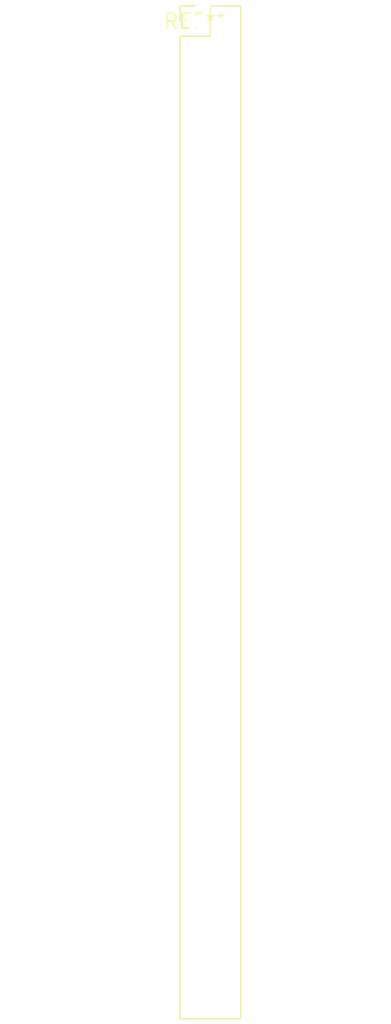
<source format=kicad_pcb>
(kicad_pcb (version 20240108) (generator pcbnew)
  (layers (0 "F.Cu" signal) (31 "B.Cu" signal) (34 "B.Paste" user) (35 "F.Paste" user) (36 "B.SilkS" user "B.Silkscreen") (37 "F.SilkS" user "F.Silkscreen") (38 "B.Mask" user) (39 "F.Mask" user) (44 "Edge.Cuts" user))
  (net 0 "")
  (footprint "PinHeader_2x34_P2.54mm_Vertical" (layer "F.Cu") (at 0 0)
    (property "Reference" "REF**")
    (property "Value" "PinHeader_2x34_P2.54mm_Vertical")
    (fp_line (start -1.33 -1.33) (end 0 -1.33) (layer "F.SilkS") (stroke (width 0.12)))
    (fp_line (start -1.33 0) (end -1.33 -1.33) (layer "F.SilkS") (stroke (width 0.12)))
    (fp_line (start -1.33 1.27) (end -1.33 85.15) (layer "F.SilkS") (stroke (width 0.12)))
    (fp_line (start -1.33 1.27) (end 1.27 1.27) (layer "F.SilkS") (stroke (width 0.12)))
    (fp_line (start -1.33 85.15) (end 3.87 85.15) (layer "F.SilkS") (stroke (width 0.12)))
    (fp_line (start 1.27 -1.33) (end 3.87 -1.33) (layer "F.SilkS") (stroke (width 0.12)))
    (fp_line (start 1.27 1.27) (end 1.27 -1.33) (layer "F.SilkS") (stroke (width 0.12)))
    (fp_line (start 3.87 -1.33) (end 3.87 85.15) (layer "F.SilkS") (stroke (width 0.12)))
    (pad "1" thru_hole rect (at 0 0) (size 1.7 1.7) (drill 1) (layers *.Cu *.Mask) (remove_unused_layers))
    (pad "2" thru_hole oval (at 2.54 0) (size 1.7 1.7) (drill 1) (layers *.Cu *.Mask) (remove_unused_layers))
    (pad "3" thru_hole oval (at 0 2.54) (size 1.7 1.7) (drill 1) (layers *.Cu *.Mask) (remove_unused_layers))
    (pad "4" thru_hole oval (at 2.54 2.54) (size 1.7 1.7) (drill 1) (layers *.Cu *.Mask) (remove_unused_layers))
    (pad "5" thru_hole oval (at 0 5.08) (size 1.7 1.7) (drill 1) (layers *.Cu *.Mask) (remove_unused_layers))
    (pad "6" thru_hole oval (at 2.54 5.08) (size 1.7 1.7) (drill 1) (layers *.Cu *.Mask) (remove_unused_layers))
    (pad "7" thru_hole oval (at 0 7.62) (size 1.7 1.7) (drill 1) (layers *.Cu *.Mask) (remove_unused_layers))
    (pad "8" thru_hole oval (at 2.54 7.62) (size 1.7 1.7) (drill 1) (layers *.Cu *.Mask) (remove_unused_layers))
    (pad "9" thru_hole oval (at 0 10.16) (size 1.7 1.7) (drill 1) (layers *.Cu *.Mask) (remove_unused_layers))
    (pad "10" thru_hole oval (at 2.54 10.16) (size 1.7 1.7) (drill 1) (layers *.Cu *.Mask) (remove_unused_layers))
    (pad "11" thru_hole oval (at 0 12.7) (size 1.7 1.7) (drill 1) (layers *.Cu *.Mask) (remove_unused_layers))
    (pad "12" thru_hole oval (at 2.54 12.7) (size 1.7 1.7) (drill 1) (layers *.Cu *.Mask) (remove_unused_layers))
    (pad "13" thru_hole oval (at 0 15.24) (size 1.7 1.7) (drill 1) (layers *.Cu *.Mask) (remove_unused_layers))
    (pad "14" thru_hole oval (at 2.54 15.24) (size 1.7 1.7) (drill 1) (layers *.Cu *.Mask) (remove_unused_layers))
    (pad "15" thru_hole oval (at 0 17.78) (size 1.7 1.7) (drill 1) (layers *.Cu *.Mask) (remove_unused_layers))
    (pad "16" thru_hole oval (at 2.54 17.78) (size 1.7 1.7) (drill 1) (layers *.Cu *.Mask) (remove_unused_layers))
    (pad "17" thru_hole oval (at 0 20.32) (size 1.7 1.7) (drill 1) (layers *.Cu *.Mask) (remove_unused_layers))
    (pad "18" thru_hole oval (at 2.54 20.32) (size 1.7 1.7) (drill 1) (layers *.Cu *.Mask) (remove_unused_layers))
    (pad "19" thru_hole oval (at 0 22.86) (size 1.7 1.7) (drill 1) (layers *.Cu *.Mask) (remove_unused_layers))
    (pad "20" thru_hole oval (at 2.54 22.86) (size 1.7 1.7) (drill 1) (layers *.Cu *.Mask) (remove_unused_layers))
    (pad "21" thru_hole oval (at 0 25.4) (size 1.7 1.7) (drill 1) (layers *.Cu *.Mask) (remove_unused_layers))
    (pad "22" thru_hole oval (at 2.54 25.4) (size 1.7 1.7) (drill 1) (layers *.Cu *.Mask) (remove_unused_layers))
    (pad "23" thru_hole oval (at 0 27.94) (size 1.7 1.7) (drill 1) (layers *.Cu *.Mask) (remove_unused_layers))
    (pad "24" thru_hole oval (at 2.54 27.94) (size 1.7 1.7) (drill 1) (layers *.Cu *.Mask) (remove_unused_layers))
    (pad "25" thru_hole oval (at 0 30.48) (size 1.7 1.7) (drill 1) (layers *.Cu *.Mask) (remove_unused_layers))
    (pad "26" thru_hole oval (at 2.54 30.48) (size 1.7 1.7) (drill 1) (layers *.Cu *.Mask) (remove_unused_layers))
    (pad "27" thru_hole oval (at 0 33.02) (size 1.7 1.7) (drill 1) (layers *.Cu *.Mask) (remove_unused_layers))
    (pad "28" thru_hole oval (at 2.54 33.02) (size 1.7 1.7) (drill 1) (layers *.Cu *.Mask) (remove_unused_layers))
    (pad "29" thru_hole oval (at 0 35.56) (size 1.7 1.7) (drill 1) (layers *.Cu *.Mask) (remove_unused_layers))
    (pad "30" thru_hole oval (at 2.54 35.56) (size 1.7 1.7) (drill 1) (layers *.Cu *.Mask) (remove_unused_layers))
    (pad "31" thru_hole oval (at 0 38.1) (size 1.7 1.7) (drill 1) (layers *.Cu *.Mask) (remove_unused_layers))
    (pad "32" thru_hole oval (at 2.54 38.1) (size 1.7 1.7) (drill 1) (layers *.Cu *.Mask) (remove_unused_layers))
    (pad "33" thru_hole oval (at 0 40.64) (size 1.7 1.7) (drill 1) (layers *.Cu *.Mask) (remove_unused_layers))
    (pad "34" thru_hole oval (at 2.54 40.64) (size 1.7 1.7) (drill 1) (layers *.Cu *.Mask) (remove_unused_layers))
    (pad "35" thru_hole oval (at 0 43.18) (size 1.7 1.7) (drill 1) (layers *.Cu *.Mask) (remove_unused_layers))
    (pad "36" thru_hole oval (at 2.54 43.18) (size 1.7 1.7) (drill 1) (layers *.Cu *.Mask) (remove_unused_layers))
    (pad "37" thru_hole oval (at 0 45.72) (size 1.7 1.7) (drill 1) (layers *.Cu *.Mask) (remove_unused_layers))
    (pad "38" thru_hole oval (at 2.54 45.72) (size 1.7 1.7) (drill 1) (layers *.Cu *.Mask) (remove_unused_layers))
    (pad "39" thru_hole oval (at 0 48.26) (size 1.7 1.7) (drill 1) (layers *.Cu *.Mask) (remove_unused_layers))
    (pad "40" thru_hole oval (at 2.54 48.26) (size 1.7 1.7) (drill 1) (layers *.Cu *.Mask) (remove_unused_layers))
    (pad "41" thru_hole oval (at 0 50.8) (size 1.7 1.7) (drill 1) (layers *.Cu *.Mask) (remove_unused_layers))
    (pad "42" thru_hole oval (at 2.54 50.8) (size 1.7 1.7) (drill 1) (layers *.Cu *.Mask) (remove_unused_layers))
    (pad "43" thru_hole oval (at 0 53.34) (size 1.7 1.7) (drill 1) (layers *.Cu *.Mask) (remove_unused_layers))
    (pad "44" thru_hole oval (at 2.54 53.34) (size 1.7 1.7) (drill 1) (layers *.Cu *.Mask) (remove_unused_layers))
    (pad "45" thru_hole oval (at 0 55.88) (size 1.7 1.7) (drill 1) (layers *.Cu *.Mask) (remove_unused_layers))
    (pad "46" thru_hole oval (at 2.54 55.88) (size 1.7 1.7) (drill 1) (layers *.Cu *.Mask) (remove_unused_layers))
    (pad "47" thru_hole oval (at 0 58.42) (size 1.7 1.7) (drill 1) (layers *.Cu *.Mask) (remove_unused_layers))
    (pad "48" thru_hole oval (at 2.54 58.42) (size 1.7 1.7) (drill 1) (layers *.Cu *.Mask) (remove_unused_layers))
    (pad "49" thru_hole oval (at 0 60.96) (size 1.7 1.7) (drill 1) (layers *.Cu *.Mask) (remove_unused_layers))
    (pad "50" thru_hole oval (at 2.54 60.96) (size 1.7 1.7) (drill 1) (layers *.Cu *.Mask) (remove_unused_layers))
    (pad "51" thru_hole oval (at 0 63.5) (size 1.7 1.7) (drill 1) (layers *.Cu *.Mask) (remove_unused_layers))
    (pad "52" thru_hole oval (at 2.54 63.5) (size 1.7 1.7) (drill 1) (layers *.Cu *.Mask) (remove_unused_layers))
    (pad "53" thru_hole oval (at 0 66.04) (size 1.7 1.7) (drill 1) (layers *.Cu *.Mask) (remove_unused_layers))
    (pad "54" thru_hole oval (at 2.54 66.04) (size 1.7 1.7) (drill 1) (layers *.Cu *.Mask) (remove_unused_layers))
    (pad "55" thru_hole oval (at 0 68.58) (size 1.7 1.7) (drill 1) (layers *.Cu *.Mask) (remove_unused_layers))
    (pad "56" thru_hole oval (at 2.54 68.58) (size 1.7 1.7) (drill 1) (layers *.Cu *.Mask) (remove_unused_layers))
    (pad "57" thru_hole oval (at 0 71.12) (size 1.7 1.7) (drill 1) (layers *.Cu *.Mask) (remove_unused_layers))
    (pad "58" thru_hole oval (at 2.54 71.12) (size 1.7 1.7) (drill 1) (layers *.Cu *.Mask) (remove_unused_layers))
    (pad "59" thru_hole oval (at 0 73.66) (size 1.7 1.7) (drill 1) (layers *.Cu *.Mask) (remove_unused_layers))
    (pad "60" thru_hole oval (at 2.54 73.66) (size 1.7 1.7) (drill 1) (layers *.Cu *.Mask) (remove_unused_layers))
    (pad "61" thru_hole oval (at 0 76.2) (size 1.7 1.7) (drill 1) (layers *.Cu *.Mask) (remove_unused_layers))
    (pad "62" thru_hole oval (at 2.54 76.2) (size 1.7 1.7) (drill 1) (layers *.Cu *.Mask) (remove_unused_layers))
    (pad "63" thru_hole oval (at 0 78.74) (size 1.7 1.7) (drill 1) (layers *.Cu *.Mask) (remove_unused_layers))
    (pad "64" thru_hole oval (at 2.54 78.74) (size 1.7 1.7) (drill 1) (layers *.Cu *.Mask) (remove_unused_layers))
    (pad "65" thru_hole oval (at 0 81.28) (size 1.7 1.7) (drill 1) (layers *.Cu *.Mask) (remove_unused_layers))
    (pad "66" thru_hole oval (at 2.54 81.28) (size 1.7 1.7) (drill 1) (layers *.Cu *.Mask) (remove_unused_layers))
    (pad "67" thru_hole oval (at 0 83.82) (size 1.7 1.7) (drill 1) (layers *.Cu *.Mask) (remove_unused_layers))
    (pad "68" thru_hole oval (at 2.54 83.82) (size 1.7 1.7) (drill 1) (layers *.Cu *.Mask) (remove_unused_layers))
  )
)
</source>
